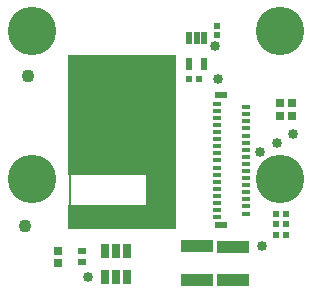
<source format=gts>
G04*
G04 #@! TF.GenerationSoftware,Altium Limited,Altium Designer,23.5.1 (21)*
G04*
G04 Layer_Color=8388736*
%FSLAX44Y44*%
%MOMM*%
G71*
G04*
G04 #@! TF.SameCoordinates,8A31CEE1-4E44-459D-8F00-06555A1585A0*
G04*
G04*
G04 #@! TF.FilePolarity,Negative*
G04*
G01*
G75*
%ADD27R,9.1440X10.1600*%
%ADD28R,2.5400X3.0480*%
%ADD29R,0.2540X3.5560*%
%ADD30R,9.1440X2.1590*%
%ADD31R,0.7516X0.4016*%
%ADD32R,1.0516X0.5016*%
%ADD33R,0.5016X1.0016*%
%ADD34C,0.8516*%
%ADD35C,1.1016*%
%ADD36R,0.7516X1.1616*%
%ADD37R,0.6516X0.5516*%
%ADD38R,0.7516X0.6516*%
%ADD39R,0.6216X0.6216*%
%ADD40R,2.7016X1.0516*%
%ADD41R,0.6516X0.7516*%
%ADD42R,0.6216X0.6216*%
%ADD43C,4.1016*%
D27*
X101600Y154940D02*
D03*
D28*
X134620Y91440D02*
D03*
D29*
X57150Y88900D02*
D03*
D30*
X101600Y67945D02*
D03*
D31*
X181610Y164059D02*
D03*
X206110Y161134D02*
D03*
X181610Y158059D02*
D03*
Y152059D02*
D03*
Y146059D02*
D03*
Y140059D02*
D03*
Y134059D02*
D03*
Y128059D02*
D03*
Y122059D02*
D03*
Y116059D02*
D03*
Y110059D02*
D03*
Y104059D02*
D03*
Y98059D02*
D03*
Y92059D02*
D03*
Y86059D02*
D03*
Y80059D02*
D03*
Y74059D02*
D03*
Y68059D02*
D03*
X206110Y155134D02*
D03*
Y149134D02*
D03*
Y143134D02*
D03*
Y137134D02*
D03*
Y131134D02*
D03*
Y125134D02*
D03*
Y119134D02*
D03*
Y113134D02*
D03*
Y107134D02*
D03*
Y101134D02*
D03*
Y95134D02*
D03*
Y89134D02*
D03*
Y83134D02*
D03*
Y77134D02*
D03*
Y71134D02*
D03*
D32*
X185110Y61059D02*
D03*
Y171059D02*
D03*
D33*
X164592Y220042D02*
D03*
X171092D02*
D03*
Y198042D02*
D03*
X158092Y220042D02*
D03*
Y198042D02*
D03*
D34*
X218440Y123190D02*
D03*
X232410Y130810D02*
D03*
X72390Y17780D02*
D03*
X219710Y43595D02*
D03*
X246380Y138430D02*
D03*
X180340Y213360D02*
D03*
X182372Y184912D02*
D03*
D35*
X19050Y60960D02*
D03*
X21590Y187960D02*
D03*
D36*
X106020Y17780D02*
D03*
X96520D02*
D03*
X87020D02*
D03*
Y39780D02*
D03*
X96520D02*
D03*
X106020D02*
D03*
D37*
X67310Y39350D02*
D03*
Y30350D02*
D03*
D38*
X46990Y39370D02*
D03*
Y29370D02*
D03*
D39*
X232270Y53340D02*
D03*
X240270D02*
D03*
Y62230D02*
D03*
X232270D02*
D03*
X240270Y71120D02*
D03*
X232270D02*
D03*
X158306Y184912D02*
D03*
X166306D02*
D03*
D40*
X165100Y43210D02*
D03*
Y15210D02*
D03*
X195580Y14993D02*
D03*
Y42993D02*
D03*
D41*
X235030Y153670D02*
D03*
X245030D02*
D03*
X235030Y165100D02*
D03*
X245030D02*
D03*
D42*
X181864Y229996D02*
D03*
Y221996D02*
D03*
D43*
X25000Y225310D02*
D03*
X235000Y100310D02*
D03*
X25000D02*
D03*
X235000Y225310D02*
D03*
M02*

</source>
